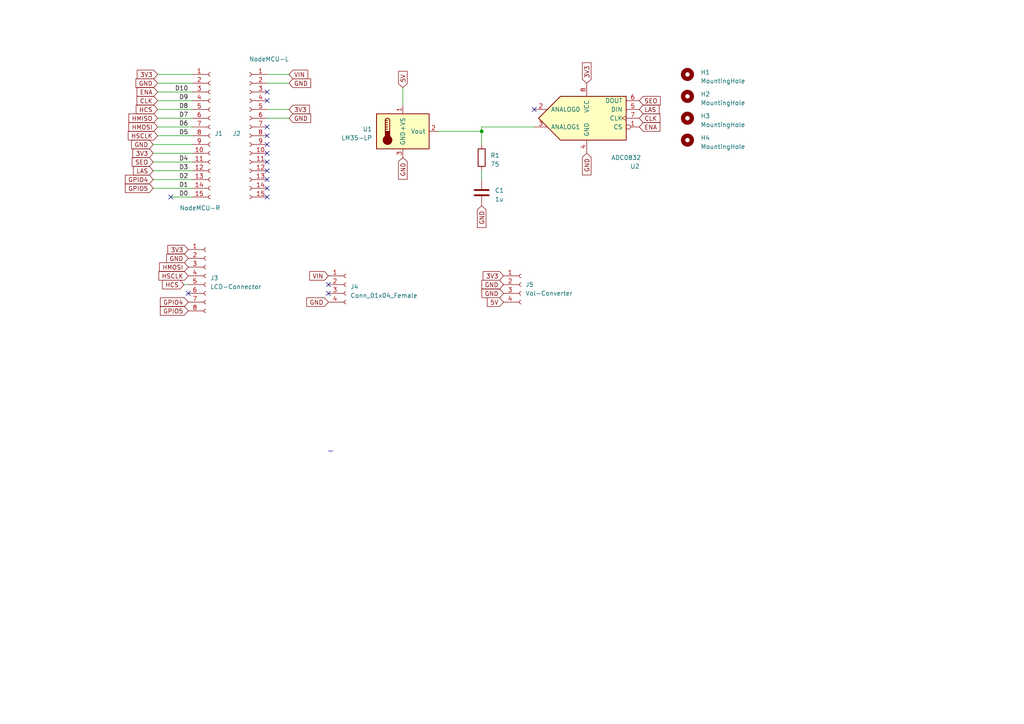
<source format=kicad_sch>
(kicad_sch (version 20211123) (generator eeschema)
  (paper "A4")
  (lib_symbols
    (symbol "Analog_ADC:ADC0832" (pin_names (offset 1.016))
      (property "Reference" "U" (at -7.62 7.62 0))
      (property "Value" "ADC0832" (at 3.81 7.62 0))
      (symbol "ADC0832_0_1"
        (polyline (pts (xy -13.97 0) (xy -7.62 6.35) (xy 11.43 6.35) (xy 11.43 -6.35) (xy -7.62 -6.35) (xy -13.97 0)) (stroke (width 0.254)) (fill (type background)))
      )
      (symbol "ADC0832_1_1"
        (pin input inverted (at 15.24 -2.54 180) (length 3.81) (name "CS") (number "1"))
        (pin input line (at -15.24 2.54 0) (length 3.81) (name "ANALOG0") (number "2"))
        (pin input line (at -15.24 -2.54 0) (length 3.81) (name "ANALOG1") (number "3"))
        (pin input line (at 0 -10.16 90) (length 3.81) (name "GND") (number "4"))
        (pin input line (at 15.24 2.54 180) (length 3.81) (name "DIN") (number "5"))
        (pin output line (at 15.24 5.08 180) (length 3.81) (name "DOUT") (number "6"))
        (pin input clock (at 15.24 0 180) (length 3.81) (name "CLK") (number "7"))
        (pin input line (at 0 10.16 270) (length 3.81) (name "VCC") (number "8"))
      )
    )
    (symbol "Connector:Conn_01x04_Female" (pin_names (offset 1.016) hide)
      (property "Reference" "J" (at 0 5.08 0))
      (property "Value" "Conn_01x04_Female" (at 0 -7.62 0))
      (symbol "Conn_01x04_Female_1_1"
        (arc (start 0 -4.572) (mid -0.508 -5.08) (end 0 -5.588) (stroke (width 0.1524)))
        (arc (start 0 -2.032) (mid -0.508 -2.54) (end 0 -3.048) (stroke (width 0.1524)))
        (polyline (pts (xy -1.27 -5.08) (xy -0.508 -5.08)) (stroke (width 0.1524)))
        (polyline (pts (xy -1.27 -2.54) (xy -0.508 -2.54)) (stroke (width 0.1524)))
        (polyline (pts (xy -1.27 0) (xy -0.508 0)) (stroke (width 0.1524)))
        (polyline (pts (xy -1.27 2.54) (xy -0.508 2.54)) (stroke (width 0.1524)))
        (arc (start 0 0.508) (mid -0.508 0) (end 0 -0.508) (stroke (width 0.1524)))
        (arc (start 0 3.048) (mid -0.508 2.54) (end 0 2.032) (stroke (width 0.1524)))
        (pin passive line (at -5.08 2.54 0) (length 3.81) (name "Pin_1") (number "1"))
        (pin passive line (at -5.08 0 0) (length 3.81) (name "Pin_2") (number "2"))
        (pin passive line (at -5.08 -2.54 0) (length 3.81) (name "Pin_3") (number "3"))
        (pin passive line (at -5.08 -5.08 0) (length 3.81) (name "Pin_4") (number "4"))
      )
    )
    (symbol "Connector:Conn_01x08_Female" (pin_names (offset 1.016) hide)
      (property "Reference" "J" (at 0 10.16 0))
      (property "Value" "Conn_01x08_Female" (at 0 -12.7 0))
      (symbol "Conn_01x08_Female_1_1"
        (arc (start 0 -9.652) (mid -0.508 -10.16) (end 0 -10.668) (stroke (width 0.1524)))
        (arc (start 0 -7.112) (mid -0.508 -7.62) (end 0 -8.128) (stroke (width 0.1524)))
        (arc (start 0 -4.572) (mid -0.508 -5.08) (end 0 -5.588) (stroke (width 0.1524)))
        (arc (start 0 -2.032) (mid -0.508 -2.54) (end 0 -3.048) (stroke (width 0.1524)))
        (polyline (pts (xy -1.27 -10.16) (xy -0.508 -10.16)) (stroke (width 0.1524)))
        (polyline (pts (xy -1.27 -7.62) (xy -0.508 -7.62)) (stroke (width 0.1524)))
        (polyline (pts (xy -1.27 -5.08) (xy -0.508 -5.08)) (stroke (width 0.1524)))
        (polyline (pts (xy -1.27 -2.54) (xy -0.508 -2.54)) (stroke (width 0.1524)))
        (polyline (pts (xy -1.27 0) (xy -0.508 0)) (stroke (width 0.1524)))
        (polyline (pts (xy -1.27 2.54) (xy -0.508 2.54)) (stroke (width 0.1524)))
        (polyline (pts (xy -1.27 5.08) (xy -0.508 5.08)) (stroke (width 0.1524)))
        (polyline (pts (xy -1.27 7.62) (xy -0.508 7.62)) (stroke (width 0.1524)))
        (arc (start 0 0.508) (mid -0.508 0) (end 0 -0.508) (stroke (width 0.1524)))
        (arc (start 0 3.048) (mid -0.508 2.54) (end 0 2.032) (stroke (width 0.1524)))
        (arc (start 0 5.588) (mid -0.508 5.08) (end 0 4.572) (stroke (width 0.1524)))
        (arc (start 0 8.128) (mid -0.508 7.62) (end 0 7.112) (stroke (width 0.1524)))
        (pin passive line (at -5.08 7.62 0) (length 3.81) (name "Pin_1") (number "1"))
        (pin passive line (at -5.08 5.08 0) (length 3.81) (name "Pin_2") (number "2"))
        (pin passive line (at -5.08 2.54 0) (length 3.81) (name "Pin_3") (number "3"))
        (pin passive line (at -5.08 0 0) (length 3.81) (name "Pin_4") (number "4"))
        (pin passive line (at -5.08 -2.54 0) (length 3.81) (name "Pin_5") (number "5"))
        (pin passive line (at -5.08 -5.08 0) (length 3.81) (name "Pin_6") (number "6"))
        (pin passive line (at -5.08 -7.62 0) (length 3.81) (name "Pin_7") (number "7"))
        (pin passive line (at -5.08 -10.16 0) (length 3.81) (name "Pin_8") (number "8"))
      )
    )
    (symbol "Connector:Conn_01x15_Female" (pin_names (offset 1.016) hide)
      (property "Reference" "J" (at 0 20.32 0))
      (property "Value" "Conn_01x15_Female" (at 0 -20.32 0))
      (symbol "Conn_01x15_Female_1_1"
        (arc (start 0 -17.272) (mid -0.508 -17.78) (end 0 -18.288) (stroke (width 0.1524)))
        (arc (start 0 -14.732) (mid -0.508 -15.24) (end 0 -15.748) (stroke (width 0.1524)))
        (arc (start 0 -12.192) (mid -0.508 -12.7) (end 0 -13.208) (stroke (width 0.1524)))
        (arc (start 0 -9.652) (mid -0.508 -10.16) (end 0 -10.668) (stroke (width 0.1524)))
        (arc (start 0 -7.112) (mid -0.508 -7.62) (end 0 -8.128) (stroke (width 0.1524)))
        (arc (start 0 -4.572) (mid -0.508 -5.08) (end 0 -5.588) (stroke (width 0.1524)))
        (arc (start 0 -2.032) (mid -0.508 -2.54) (end 0 -3.048) (stroke (width 0.1524)))
        (polyline (pts (xy -1.27 -17.78) (xy -0.508 -17.78)) (stroke (width 0.1524)))
        (polyline (pts (xy -1.27 -15.24) (xy -0.508 -15.24)) (stroke (width 0.1524)))
        (polyline (pts (xy -1.27 -12.7) (xy -0.508 -12.7)) (stroke (width 0.1524)))
        (polyline (pts (xy -1.27 -10.16) (xy -0.508 -10.16)) (stroke (width 0.1524)))
        (polyline (pts (xy -1.27 -7.62) (xy -0.508 -7.62)) (stroke (width 0.1524)))
        (polyline (pts (xy -1.27 -5.08) (xy -0.508 -5.08)) (stroke (width 0.1524)))
        (polyline (pts (xy -1.27 -2.54) (xy -0.508 -2.54)) (stroke (width 0.1524)))
        (polyline (pts (xy -1.27 0) (xy -0.508 0)) (stroke (width 0.1524)))
        (polyline (pts (xy -1.27 2.54) (xy -0.508 2.54)) (stroke (width 0.1524)))
        (polyline (pts (xy -1.27 5.08) (xy -0.508 5.08)) (stroke (width 0.1524)))
        (polyline (pts (xy -1.27 7.62) (xy -0.508 7.62)) (stroke (width 0.1524)))
        (polyline (pts (xy -1.27 10.16) (xy -0.508 10.16)) (stroke (width 0.1524)))
        (polyline (pts (xy -1.27 12.7) (xy -0.508 12.7)) (stroke (width 0.1524)))
        (polyline (pts (xy -1.27 15.24) (xy -0.508 15.24)) (stroke (width 0.1524)))
        (polyline (pts (xy -1.27 17.78) (xy -0.508 17.78)) (stroke (width 0.1524)))
        (arc (start 0 0.508) (mid -0.508 0) (end 0 -0.508) (stroke (width 0.1524)))
        (arc (start 0 3.048) (mid -0.508 2.54) (end 0 2.032) (stroke (width 0.1524)))
        (arc (start 0 5.588) (mid -0.508 5.08) (end 0 4.572) (stroke (width 0.1524)))
        (arc (start 0 8.128) (mid -0.508 7.62) (end 0 7.112) (stroke (width 0.1524)))
        (arc (start 0 10.668) (mid -0.508 10.16) (end 0 9.652) (stroke (width 0.1524)))
        (arc (start 0 13.208) (mid -0.508 12.7) (end 0 12.192) (stroke (width 0.1524)))
        (arc (start 0 15.748) (mid -0.508 15.24) (end 0 14.732) (stroke (width 0.1524)))
        (arc (start 0 18.288) (mid -0.508 17.78) (end 0 17.272) (stroke (width 0.1524)))
        (pin passive line (at -5.08 17.78 0) (length 3.81) (name "Pin_1") (number "1"))
        (pin passive line (at -5.08 -5.08 0) (length 3.81) (name "Pin_10") (number "10"))
        (pin passive line (at -5.08 -7.62 0) (length 3.81) (name "Pin_11") (number "11"))
        (pin passive line (at -5.08 -10.16 0) (length 3.81) (name "Pin_12") (number "12"))
        (pin passive line (at -5.08 -12.7 0) (length 3.81) (name "Pin_13") (number "13"))
        (pin passive line (at -5.08 -15.24 0) (length 3.81) (name "Pin_14") (number "14"))
        (pin passive line (at -5.08 -17.78 0) (length 3.81) (name "Pin_15") (number "15"))
        (pin passive line (at -5.08 15.24 0) (length 3.81) (name "Pin_2") (number "2"))
        (pin passive line (at -5.08 12.7 0) (length 3.81) (name "Pin_3") (number "3"))
        (pin passive line (at -5.08 10.16 0) (length 3.81) (name "Pin_4") (number "4"))
        (pin passive line (at -5.08 7.62 0) (length 3.81) (name "Pin_5") (number "5"))
        (pin passive line (at -5.08 5.08 0) (length 3.81) (name "Pin_6") (number "6"))
        (pin passive line (at -5.08 2.54 0) (length 3.81) (name "Pin_7") (number "7"))
        (pin passive line (at -5.08 0 0) (length 3.81) (name "Pin_8") (number "8"))
        (pin passive line (at -5.08 -2.54 0) (length 3.81) (name "Pin_9") (number "9"))
      )
    )
    (symbol "Device:C" (pin_numbers hide) (pin_names (offset 0.254))
      (property "Reference" "C" (at 0.635 2.54 0))
      (property "Value" "C" (at 0.635 -2.54 0))
      (symbol "C_0_1"
        (polyline (pts (xy -2.032 -0.762) (xy 2.032 -0.762)) (stroke (width 0.508)))
        (polyline (pts (xy -2.032 0.762) (xy 2.032 0.762)) (stroke (width 0.508)))
      )
      (symbol "C_1_1"
        (pin passive line (at 0 3.81 270) (length 2.794) (name "~") (number "1"))
        (pin passive line (at 0 -3.81 90) (length 2.794) (name "~") (number "2"))
      )
    )
    (symbol "Device:R" (pin_numbers hide) (pin_names (offset 0))
      (property "Reference" "R" (at 2.032 0 90))
      (property "Value" "R" (at 0 0 90))
      (symbol "R_0_1"
        (rectangle (start -1.016 -2.54) (end 1.016 2.54) (stroke (width 0.254)))
      )
      (symbol "R_1_1"
        (pin passive line (at 0 3.81 270) (length 1.27) (name "~") (number "1"))
        (pin passive line (at 0 -3.81 90) (length 1.27) (name "~") (number "2"))
      )
    )
    (symbol "Mechanical:MountingHole" (pin_names (offset 1.016))
      (property "Reference" "H" (at 0 5.08 0))
      (property "Value" "MountingHole" (at 0 3.175 0))
      (symbol "MountingHole_0_1"
        (circle (center 0 0) (radius 1.27) (stroke (width 1.27)))
      )
    )
    (symbol "Sensor_Temperature:LM35-LP" (pin_names (offset 1.016))
      (property "Reference" "U" (at -6.35 6.35 0))
      (property "Value" "LM35-LP" (at 1.27 6.35 0))
      (symbol "LM35-LP_0_1"
        (rectangle (start -7.62 5.08) (end 7.62 -5.08) (stroke (width 0.254)) (fill (type background)))
        (circle (center -4.445 -2.54) (radius 1.27) (stroke (width 0.254)) (fill (type outline)))
        (rectangle (start -3.81 -1.905) (end -5.08 0) (stroke (width 0.254)) (fill (type outline)))
        (arc (start -3.81 3.175) (mid -4.445 3.81) (end -5.08 3.175) (stroke (width 0.254)))
        (polyline (pts (xy -5.08 0.635) (xy -4.445 0.635)) (stroke (width 0.254)))
        (polyline (pts (xy -5.08 1.27) (xy -4.445 1.27)) (stroke (width 0.254)))
        (polyline (pts (xy -5.08 1.905) (xy -4.445 1.905)) (stroke (width 0.254)))
        (polyline (pts (xy -5.08 2.54) (xy -4.445 2.54)) (stroke (width 0.254)))
        (polyline (pts (xy -5.08 3.175) (xy -5.08 0)) (stroke (width 0.254)))
        (polyline (pts (xy -5.08 3.175) (xy -4.445 3.175)) (stroke (width 0.254)))
        (polyline (pts (xy -3.81 3.175) (xy -3.81 0)) (stroke (width 0.254)))
      )
      (symbol "LM35-LP_1_1"
        (pin power_in line (at 0 7.62 270) (length 2.54) (name "+VS") (number "1"))
        (pin output line (at 10.16 0 180) (length 2.54) (name "Vout") (number "2"))
        (pin power_in line (at 0 -7.62 90) (length 2.54) (name "GND") (number "3"))
      )
    )
  )
  (junction (at 139.7 38.1) (diameter 0.9144))
  (no_connect (at 95.25 82.55))
  (no_connect (at 95.25 85.09))
  (no_connect (at 77.47 26.67))
  (no_connect (at 77.47 29.21))
  (no_connect (at 77.47 36.83))
  (no_connect (at 77.47 39.37))
  (no_connect (at 77.47 41.91))
  (no_connect (at 77.47 44.45))
  (no_connect (at 77.47 46.99))
  (no_connect (at 77.47 49.53))
  (no_connect (at 77.47 52.07))
  (no_connect (at 77.47 54.61))
  (no_connect (at 77.47 57.15))
  (no_connect (at 154.94 31.75))
  (no_connect (at 54.61 85.09))
  (no_connect (at 49.53 57.15))
  (wire (pts (xy 45.72 26.67) (xy 55.88 26.67)))
  (wire (pts (xy 44.45 46.99) (xy 55.88 46.99)))
  (wire (pts (xy 139.7 49.53) (xy 139.7 52.07)))
  (wire (pts (xy 45.72 34.29) (xy 55.88 34.29)))
  (wire (pts (xy 77.47 24.13) (xy 83.82 24.13)))
  (wire (pts (xy 44.45 49.53) (xy 55.88 49.53)))
  (wire (pts (xy 139.7 36.83) (xy 139.7 38.1)))
  (wire (pts (xy 154.94 36.83) (xy 139.7 36.83)))
  (wire (pts (xy 45.72 31.75) (xy 55.88 31.75)))
  (wire (pts (xy 127 38.1) (xy 139.7 38.1)))
  (wire (pts (xy 44.45 44.45) (xy 55.88 44.45)))
  (wire (pts (xy 77.47 34.29) (xy 83.82 34.29)))
  (wire (pts (xy 45.72 36.83) (xy 55.88 36.83)))
  (wire (pts (xy 45.72 24.13) (xy 55.88 24.13)))
  (polyline (pts (xy 95.25 130.81) (xy 96.52 130.81)) (stroke (width 0) (type dash)))
  (wire (pts (xy 45.72 39.37) (xy 55.88 39.37)))
  (wire (pts (xy 44.45 54.61) (xy 55.88 54.61)))
  (wire (pts (xy 77.47 21.59) (xy 83.82 21.59)))
  (wire (pts (xy 139.7 38.1) (xy 139.7 41.91)))
  (wire (pts (xy 53.34 82.55) (xy 54.61 82.55)))
  (wire (pts (xy 44.45 52.07) (xy 55.88 52.07)))
  (wire (pts (xy 116.84 25.4) (xy 116.84 30.48)))
  (wire (pts (xy 45.72 29.21) (xy 55.88 29.21)))
  (wire (pts (xy 49.53 57.15) (xy 55.88 57.15)))
  (wire (pts (xy 45.72 21.59) (xy 55.88 21.59)))
  (wire (pts (xy 77.47 31.75) (xy 83.82 31.75)))
  (wire (pts (xy 44.45 41.91) (xy 55.88 41.91)))
  (label "D5" (at 54.61 39.37 180))
  (label "D3" (at 54.61 49.53 180))
  (label "D0" (at 54.61 57.15 180))
  (label "D7" (at 54.61 34.29 180))
  (label "D6" (at 54.61 36.83 180))
  (label "D1" (at 54.61 54.61 180))
  (label "D10" (at 54.61 26.67 180))
  (label "D4" (at 54.61 46.99 180))
  (label "D9" (at 54.61 29.21 180))
  (label "D8" (at 54.61 31.75 180))
  (label "D2" (at 54.61 52.07 180))
  (global_label "GND" (shape input) (at 116.84 45.72 270) (property "Intersheet References" "${INTERSHEET_REFS}" (effects hide)))
  (global_label "GPIO5" (shape input) (at 54.61 90.17 180) (property "Intersheet References" "${INTERSHEET_REFS}" (effects hide)))
  (global_label "SEO" (shape input) (at 44.45 46.99 180) (property "Intersheet References" "${INTERSHEET_REFS}" (effects hide)))
  (global_label "5V" (shape input) (at 116.84 25.4 90) (property "Intersheet References" "${INTERSHEET_REFS}" (effects hide)))
  (global_label "5V" (shape input) (at 146.05 87.63 180) (property "Intersheet References" "${INTERSHEET_REFS}" (effects hide)))
  (global_label "3V3" (shape input) (at 54.61 72.39 180) (property "Intersheet References" "${INTERSHEET_REFS}" (effects hide)))
  (global_label "HSCLK" (shape input) (at 45.72 39.37 180) (property "Intersheet References" "${INTERSHEET_REFS}" (effects hide)))
  (global_label "GND" (shape input) (at 170.18 44.45 270) (property "Intersheet References" "${INTERSHEET_REFS}" (effects hide)))
  (global_label "HCS" (shape input) (at 53.34 82.55 180) (property "Intersheet References" "${INTERSHEET_REFS}" (effects hide)))
  (global_label "ENA" (shape input) (at 185.42 36.83 0) (property "Intersheet References" "${INTERSHEET_REFS}" (effects hide)))
  (global_label "CLK" (shape input) (at 45.72 29.21 180) (property "Intersheet References" "${INTERSHEET_REFS}" (effects hide)))
  (global_label "3V3" (shape input) (at 170.18 24.13 90) (property "Intersheet References" "${INTERSHEET_REFS}" (effects hide)))
  (global_label "GND" (shape input) (at 139.7 59.69 270) (property "Intersheet References" "${INTERSHEET_REFS}" (effects hide)))
  (global_label "CLK" (shape input) (at 185.42 34.29 0) (property "Intersheet References" "${INTERSHEET_REFS}" (effects hide)))
  (global_label "VIN" (shape input) (at 83.82 21.59 0) (property "Intersheet References" "${INTERSHEET_REFS}" (effects hide)))
  (global_label "GND" (shape input) (at 45.72 24.13 180) (property "Intersheet References" "${INTERSHEET_REFS}" (effects hide)))
  (global_label "GPIO5" (shape input) (at 44.45 54.61 180) (property "Intersheet References" "${INTERSHEET_REFS}" (effects hide)))
  (global_label "GND" (shape input) (at 83.82 24.13 0) (property "Intersheet References" "${INTERSHEET_REFS}" (effects hide)))
  (global_label "GND" (shape input) (at 146.05 82.55 180) (property "Intersheet References" "${INTERSHEET_REFS}" (effects hide)))
  (global_label "GPIO4" (shape input) (at 44.45 52.07 180) (property "Intersheet References" "${INTERSHEET_REFS}" (effects hide)))
  (global_label "3V3" (shape input) (at 146.05 80.01 180) (property "Intersheet References" "${INTERSHEET_REFS}" (effects hide)))
  (global_label "GND" (shape input) (at 83.82 34.29 0) (property "Intersheet References" "${INTERSHEET_REFS}" (effects hide)))
  (global_label "GND" (shape input) (at 44.45 41.91 180) (property "Intersheet References" "${INTERSHEET_REFS}" (effects hide)))
  (global_label "GND" (shape input) (at 54.61 74.93 180) (property "Intersheet References" "${INTERSHEET_REFS}" (effects hide)))
  (global_label "HMISO" (shape input) (at 45.72 34.29 180) (property "Intersheet References" "${INTERSHEET_REFS}" (effects hide)))
  (global_label "HCS" (shape input) (at 45.72 31.75 180) (property "Intersheet References" "${INTERSHEET_REFS}" (effects hide)))
  (global_label "GND" (shape input) (at 146.05 85.09 180) (property "Intersheet References" "${INTERSHEET_REFS}" (effects hide)))
  (global_label "VIN" (shape input) (at 95.25 80.01 180) (property "Intersheet References" "${INTERSHEET_REFS}" (effects hide)))
  (global_label "ENA" (shape input) (at 45.72 26.67 180) (property "Intersheet References" "${INTERSHEET_REFS}" (effects hide)))
  (global_label "HMOSI" (shape input) (at 45.72 36.83 180) (property "Intersheet References" "${INTERSHEET_REFS}" (effects hide)))
  (global_label "GPIO4" (shape input) (at 54.61 87.63 180) (property "Intersheet References" "${INTERSHEET_REFS}" (effects hide)))
  (global_label "HSCLK" (shape input) (at 54.61 80.01 180) (property "Intersheet References" "${INTERSHEET_REFS}" (effects hide)))
  (global_label "LAS" (shape input) (at 185.42 31.75 0) (property "Intersheet References" "${INTERSHEET_REFS}" (effects hide)))
  (global_label "3V3" (shape input) (at 83.82 31.75 0) (property "Intersheet References" "${INTERSHEET_REFS}" (effects hide)))
  (global_label "LAS" (shape input) (at 44.45 49.53 180) (property "Intersheet References" "${INTERSHEET_REFS}" (effects hide)))
  (global_label "GND" (shape input) (at 95.25 87.63 180) (property "Intersheet References" "${INTERSHEET_REFS}" (effects hide)))
  (global_label "SEO" (shape input) (at 185.42 29.21 0) (property "Intersheet References" "${INTERSHEET_REFS}" (effects hide)))
  (global_label "HMOSI" (shape input) (at 54.61 77.47 180) (property "Intersheet References" "${INTERSHEET_REFS}" (effects hide)))
  (global_label "3V3" (shape input) (at 44.45 44.45 180) (property "Intersheet References" "${INTERSHEET_REFS}" (effects hide)))
  (global_label "3V3" (shape input) (at 45.72 21.59 180) (property "Intersheet References" "${INTERSHEET_REFS}" (effects hide)))
  (symbol (lib_id "Analog_ADC:ADC0832") (at 170.18 34.29 0) (unit 1)
    (property "Reference" "U2" (at 184.15 48.26 0))
    (property "Value" "ADC0832" (at 181.61 45.72 0))
    (property "Footprint" "Package_DIP:DIP-8_W7.62mm_LongPads" (effects hide))
    (property "Datasheet" "http://www.ti.com/lit/ds/symlink/adc0831-n.pdf" (effects hide))
  )
  (symbol (lib_id "Sensor_Temperature:LM35-LP") (at 116.84 38.1 0) (unit 1)
    (property "Reference" "U1" (at 107.95 37.4649 0) (effects (justify right)))
    (property "Value" "LM35-LP" (at 107.95 40.0049 0) (effects (justify right)))
    (property "Footprint" "Package_TO_SOT_THT:TO-92" (effects hide))
    (property "Datasheet" "http://www.ti.com/lit/ds/symlink/lm35.pdf" (effects hide))
  )
  (symbol (lib_id "Mechanical:MountingHole") (at 199.39 34.29 0) (unit 1)
    (property "Reference" "H3" (at 203.2 33.6549 0) (effects (justify left)))
    (property "Value" "MountingHole" (at 203.2 36.1949 0) (effects (justify left)))
    (property "Footprint" "MountingHole:MountingHole_2.2mm_M2_ISO7380" (effects hide))
  )
  (symbol (lib_id "Connector:Conn_01x15_Female") (at 60.96 39.37 0) (unit 1)
    (property "Reference" "J1" (at 62.23 38.7349 0) (effects (justify left)))
    (property "Value" "NodeMCU-R" (at 52.07 60.3249 0) (effects (justify left)))
    (property "Footprint" "Connector_PinHeader_2.54mm:PinHeader_1x15_P2.54mm_Vertical" (effects hide))
  )
  (symbol (lib_id "Mechanical:MountingHole") (at 199.39 27.94 0) (unit 1)
    (property "Reference" "H2" (at 203.2 27.3049 0) (effects (justify left)))
    (property "Value" "MountingHole" (at 203.2 29.8449 0) (effects (justify left)))
    (property "Footprint" "MountingHole:MountingHole_2.2mm_M2_ISO7380" (effects hide))
  )
  (symbol (lib_id "Device:R") (at 139.7 45.72 0) (unit 1)
    (property "Reference" "R1" (at 142.24 45.0849 0) (effects (justify left)))
    (property "Value" "75" (at 142.24 47.6249 0) (effects (justify left)))
    (property "Footprint" "Resistor_SMD:R_0805_2012Metric_Pad1.20x1.40mm_HandSolder" (effects hide))
  )
  (symbol (lib_id "Device:C") (at 139.7 55.88 0) (unit 1)
    (property "Reference" "C1" (at 143.51 55.2449 0) (effects (justify left)))
    (property "Value" "1u" (at 143.51 57.7849 0) (effects (justify left)))
    (property "Footprint" "Capacitor_SMD:C_0805_2012Metric_Pad1.18x1.45mm_HandSolder" (effects hide))
  )
  (symbol (lib_id "Connector:Conn_01x04_Female") (at 100.33 82.55 0) (unit 1)
    (property "Reference" "J4" (at 101.6 83.1849 0) (effects (justify left)))
    (property "Value" "Conn_01x04_Female" (at 101.6 85.7249 0) (effects (justify left)))
    (property "Footprint" "Connector_PinHeader_2.54mm:PinHeader_1x04_P2.54mm_Vertical" (effects hide))
  )
  (symbol (lib_id "Mechanical:MountingHole") (at 199.39 40.64 0) (unit 1)
    (property "Reference" "H4" (at 203.2 40.0049 0) (effects (justify left)))
    (property "Value" "MountingHole" (at 203.2 42.5449 0) (effects (justify left)))
    (property "Footprint" "MountingHole:MountingHole_2.2mm_M2_ISO7380" (effects hide))
  )
  (symbol (lib_id "Connector:Conn_01x04_Female") (at 151.13 82.55 0) (unit 1)
    (property "Reference" "J5" (at 152.4 82.5499 0) (effects (justify left)))
    (property "Value" "Vol-Converter" (at 152.4 85.0899 0) (effects (justify left)))
    (property "Footprint" "Connector:FanPinHeader_1x04_P2.54mm_Vertical" (effects hide))
  )
  (symbol (lib_id "Connector:Conn_01x08_Female") (at 59.69 80.01 0) (unit 1)
    (property "Reference" "J3" (at 60.96 80.6449 0) (effects (justify left)))
    (property "Value" "LCD-Connector" (at 60.96 83.1849 0) (effects (justify left)))
    (property "Footprint" "Connector_PinHeader_2.54mm:PinHeader_1x08_P2.54mm_Vertical" (effects hide))
  )
  (symbol (lib_id "Mechanical:MountingHole") (at 199.39 21.59 0) (unit 1)
    (property "Reference" "H1" (at 203.2 20.9549 0) (effects (justify left)))
    (property "Value" "MountingHole" (at 203.2 23.4949 0) (effects (justify left)))
    (property "Footprint" "MountingHole:MountingHole_2.2mm_M2_ISO7380" (effects hide))
  )
  (symbol (lib_id "Connector:Conn_01x15_Female") (at 72.39 39.37 0) (mirror y) (unit 1)
    (property "Reference" "J2" (at 69.85 38.7349 0) (effects (justify left)))
    (property "Value" "NodeMCU-L" (at 83.82 17.1449 0) (effects (justify left)))
    (property "Footprint" "Connector_PinHeader_2.54mm:PinHeader_1x15_P2.54mm_Vertical" (effects hide))
  )
)
</source>
